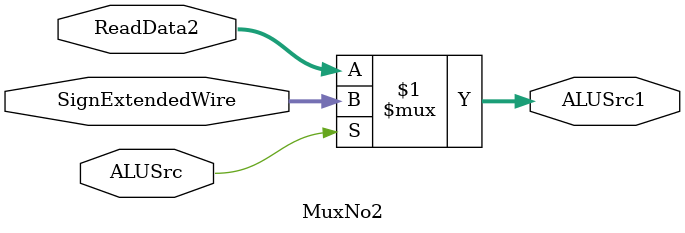
<source format=v>
`timescale 1ns / 1ps
module MuxNo2(
input wire[31:0] ReadData2,
input wire[31:0] SignExtendedWire,
input wire ALUSrc,
output wire [31:0] ALUSrc1
);

assign ALUSrc1 = (ALUSrc) ? SignExtendedWire:ReadData2;

endmodule

</source>
